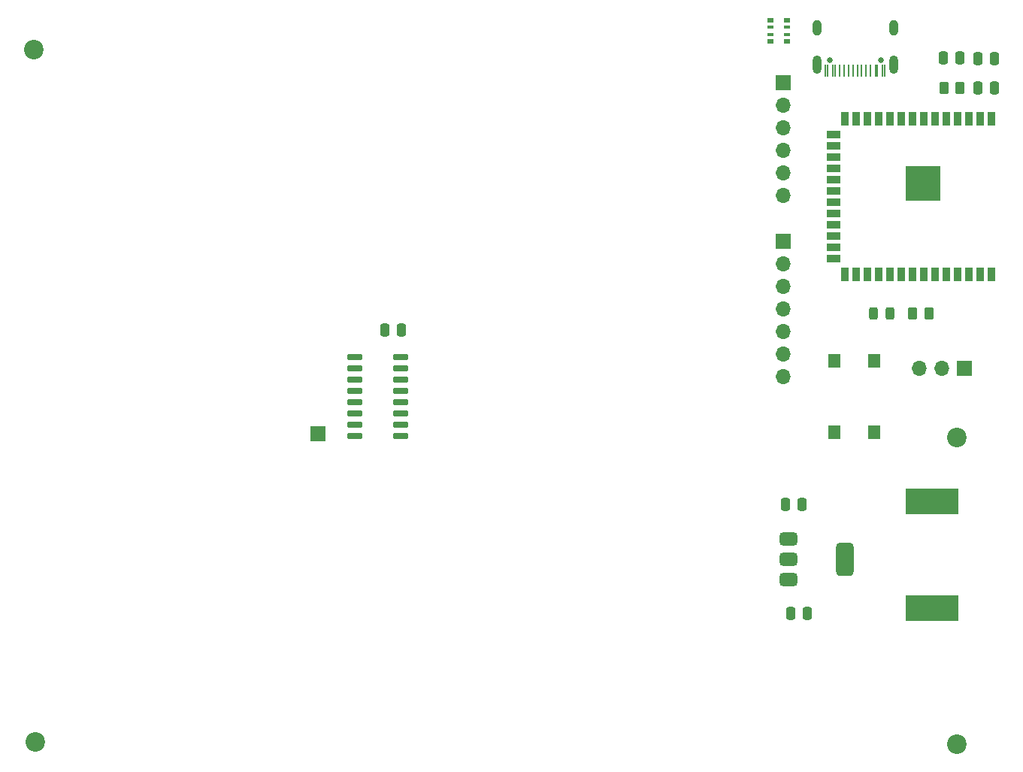
<source format=gbr>
%TF.GenerationSoftware,KiCad,Pcbnew,8.0.6*%
%TF.CreationDate,2025-01-01T18:17:34-06:00*%
%TF.ProjectId,AnalogMultiCapSense,416e616c-6f67-44d7-956c-746943617053,rev?*%
%TF.SameCoordinates,Original*%
%TF.FileFunction,Soldermask,Top*%
%TF.FilePolarity,Negative*%
%FSLAX46Y46*%
G04 Gerber Fmt 4.6, Leading zero omitted, Abs format (unit mm)*
G04 Created by KiCad (PCBNEW 8.0.6) date 2025-01-01 18:17:34*
%MOMM*%
%LPD*%
G01*
G04 APERTURE LIST*
G04 Aperture macros list*
%AMRoundRect*
0 Rectangle with rounded corners*
0 $1 Rounding radius*
0 $2 $3 $4 $5 $6 $7 $8 $9 X,Y pos of 4 corners*
0 Add a 4 corners polygon primitive as box body*
4,1,4,$2,$3,$4,$5,$6,$7,$8,$9,$2,$3,0*
0 Add four circle primitives for the rounded corners*
1,1,$1+$1,$2,$3*
1,1,$1+$1,$4,$5*
1,1,$1+$1,$6,$7*
1,1,$1+$1,$8,$9*
0 Add four rect primitives between the rounded corners*
20,1,$1+$1,$2,$3,$4,$5,0*
20,1,$1+$1,$4,$5,$6,$7,0*
20,1,$1+$1,$6,$7,$8,$9,0*
20,1,$1+$1,$8,$9,$2,$3,0*%
G04 Aperture macros list end*
%ADD10RoundRect,0.375000X-0.625000X-0.375000X0.625000X-0.375000X0.625000X0.375000X-0.625000X0.375000X0*%
%ADD11RoundRect,0.500000X-0.500000X-1.400000X0.500000X-1.400000X0.500000X1.400000X-0.500000X1.400000X0*%
%ADD12R,0.900000X1.500000*%
%ADD13R,1.500000X0.900000*%
%ADD14C,0.600000*%
%ADD15R,3.900000X3.900000*%
%ADD16RoundRect,0.150000X-0.725000X-0.150000X0.725000X-0.150000X0.725000X0.150000X-0.725000X0.150000X0*%
%ADD17R,1.400000X1.600000*%
%ADD18R,0.800000X0.500000*%
%ADD19R,0.800000X0.400000*%
%ADD20RoundRect,0.250000X-0.262500X-0.450000X0.262500X-0.450000X0.262500X0.450000X-0.262500X0.450000X0*%
%ADD21R,6.000000X3.000000*%
%ADD22O,1.700000X1.700000*%
%ADD23R,1.700000X1.700000*%
%ADD24C,0.650000*%
%ADD25R,0.250000X1.400000*%
%ADD26O,1.000000X2.100000*%
%ADD27O,1.000000X1.800000*%
%ADD28C,2.200000*%
%ADD29RoundRect,0.243750X-0.243750X-0.456250X0.243750X-0.456250X0.243750X0.456250X-0.243750X0.456250X0*%
%ADD30RoundRect,0.250000X-0.250000X-0.475000X0.250000X-0.475000X0.250000X0.475000X-0.250000X0.475000X0*%
%ADD31RoundRect,0.250000X0.250000X0.475000X-0.250000X0.475000X-0.250000X-0.475000X0.250000X-0.475000X0*%
G04 APERTURE END LIST*
D10*
%TO.C,U3*%
X176200000Y-134800000D03*
X176200000Y-137100000D03*
D11*
X182500000Y-137100000D03*
D10*
X176200000Y-139400000D03*
%TD*%
D12*
%TO.C,U2*%
X199015000Y-87535000D03*
X197745000Y-87535000D03*
X196475000Y-87535000D03*
X195205000Y-87535000D03*
X193935000Y-87535000D03*
X192665000Y-87535000D03*
X191395000Y-87535000D03*
X190125000Y-87535000D03*
X188855000Y-87535000D03*
X187585000Y-87535000D03*
X186315000Y-87535000D03*
X185045000Y-87535000D03*
X183775000Y-87535000D03*
X182505000Y-87535000D03*
D13*
X181255000Y-89300000D03*
X181255000Y-90570000D03*
X181255000Y-91840000D03*
X181255000Y-93110000D03*
X181255000Y-94380000D03*
X181255000Y-95650000D03*
X181255000Y-96920000D03*
X181255000Y-98190000D03*
X181255000Y-99460000D03*
X181255000Y-100730000D03*
X181255000Y-102000000D03*
X181255000Y-103270000D03*
D12*
X182505000Y-105035000D03*
X183775000Y-105035000D03*
X185045000Y-105035000D03*
X186315000Y-105035000D03*
X187585000Y-105035000D03*
X188855000Y-105035000D03*
X190125000Y-105035000D03*
X191395000Y-105035000D03*
X192665000Y-105035000D03*
X193935000Y-105035000D03*
X195205000Y-105035000D03*
X196475000Y-105035000D03*
X197745000Y-105035000D03*
X199015000Y-105035000D03*
D14*
X191995000Y-93385000D03*
X190595000Y-93385000D03*
X192695000Y-94085000D03*
X191295000Y-94085000D03*
X189895000Y-94085000D03*
X191995000Y-94785000D03*
D15*
X191295000Y-94785000D03*
D14*
X190595000Y-94785000D03*
X192695000Y-95485000D03*
X191295000Y-95485000D03*
X189895000Y-95485000D03*
X191995000Y-96185000D03*
X190595000Y-96185000D03*
%TD*%
D16*
%TO.C,U1*%
X127295785Y-114337575D03*
X127295785Y-115607575D03*
X127295785Y-116877575D03*
X127295785Y-118147575D03*
X127295785Y-119417575D03*
X127295785Y-120687575D03*
X127295785Y-121957575D03*
X127295785Y-123227575D03*
X132445785Y-123227575D03*
X132445785Y-121957575D03*
X132445785Y-120687575D03*
X132445785Y-119417575D03*
X132445785Y-118147575D03*
X132445785Y-116877575D03*
X132445785Y-115607575D03*
X132445785Y-114337575D03*
%TD*%
D17*
%TO.C,SW1*%
X185825000Y-114785000D03*
X185825000Y-122785000D03*
X181325000Y-114785000D03*
X181325000Y-122785000D03*
%TD*%
D18*
%TO.C,RN1*%
X174175000Y-76400000D03*
D19*
X174175000Y-77200000D03*
X174175000Y-78000000D03*
D18*
X174175000Y-78800000D03*
X175975000Y-78800000D03*
D19*
X175975000Y-78000000D03*
X175975000Y-77200000D03*
D18*
X175975000Y-76400000D03*
%TD*%
D20*
%TO.C,R2*%
X191975000Y-109400000D03*
X190150000Y-109400000D03*
%TD*%
%TO.C,R1*%
X195487500Y-84000000D03*
X193662500Y-84000000D03*
%TD*%
D21*
%TO.C,LS1*%
X192300000Y-130600000D03*
X192300000Y-142600000D03*
%TD*%
D22*
%TO.C,J14*%
X190935000Y-115585000D03*
X193475000Y-115585000D03*
D23*
X196015000Y-115585000D03*
%TD*%
D22*
%TO.C,J13*%
X175575000Y-116500000D03*
X175575000Y-113960000D03*
X175575000Y-111420000D03*
X175575000Y-108880000D03*
X175575000Y-106340000D03*
X175575000Y-103800000D03*
D23*
X175575000Y-101260000D03*
%TD*%
D22*
%TO.C,J11*%
X175575000Y-96135000D03*
X175575000Y-93595000D03*
X175575000Y-91055000D03*
X175575000Y-88515000D03*
X175575000Y-85975000D03*
D23*
X175575000Y-83435000D03*
%TD*%
%TO.C,J10*%
X123145785Y-122987575D03*
%TD*%
D24*
%TO.C,J1*%
X186565000Y-80872500D03*
X180785000Y-80872500D03*
D25*
X187000000Y-82072500D03*
X186200000Y-82072500D03*
X184925000Y-82072500D03*
X183925000Y-82072500D03*
X183425000Y-82072500D03*
X185425000Y-82072500D03*
X181150000Y-82072500D03*
X180350000Y-82072500D03*
X180600000Y-82072500D03*
X181400000Y-82072500D03*
X181925000Y-82072500D03*
X182925000Y-82072500D03*
X184425000Y-82072500D03*
X182425000Y-82072500D03*
X185950000Y-82072500D03*
X186750000Y-82072500D03*
D26*
X187995000Y-81372500D03*
D27*
X187995000Y-77222500D03*
D26*
X179355000Y-81372500D03*
D27*
X179355000Y-77222500D03*
%TD*%
D28*
%TO.C,H4*%
X195100000Y-123400000D03*
%TD*%
%TO.C,H3*%
X195100000Y-157900000D03*
%TD*%
%TO.C,H2*%
X91300000Y-157700000D03*
%TD*%
%TO.C,H1*%
X91200000Y-79700000D03*
%TD*%
D29*
%TO.C,D1*%
X187575000Y-109400000D03*
X185700000Y-109400000D03*
%TD*%
D30*
%TO.C,C6*%
X195475000Y-80600000D03*
X193575000Y-80600000D03*
%TD*%
D31*
%TO.C,C5*%
X197475000Y-84000000D03*
X199375000Y-84000000D03*
%TD*%
%TO.C,C4*%
X199375000Y-80700000D03*
X197475000Y-80700000D03*
%TD*%
%TO.C,C3*%
X177700000Y-130900000D03*
X175800000Y-130900000D03*
%TD*%
D30*
%TO.C,C2*%
X176400000Y-143200000D03*
X178300000Y-143200000D03*
%TD*%
%TO.C,C1*%
X130695785Y-111287575D03*
X132595785Y-111287575D03*
%TD*%
M02*

</source>
